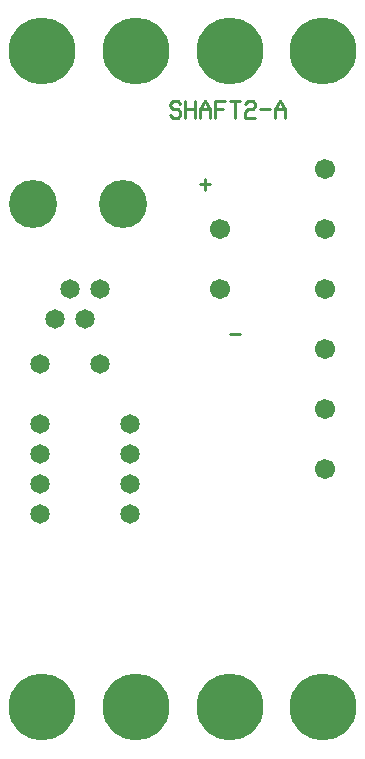
<source format=gtl>
%MOIN*%
%FSLAX25Y25*%
G04 D10 used for Character Trace; *
G04     Circle (OD=.01000) (No hole)*
G04 D11 used for Power Trace; *
G04     Circle (OD=.06700) (No hole)*
G04 D12 used for Signal Trace; *
G04     Circle (OD=.01100) (No hole)*
G04 D13 used for Via; *
G04     Circle (OD=.05800) (Round. Hole ID=.02800)*
G04 D14 used for Component hole; *
G04     Circle (OD=.06500) (Round. Hole ID=.03500)*
G04 D15 used for Component hole; *
G04     Circle (OD=.06700) (Round. Hole ID=.04300)*
G04 D16 used for Component hole; *
G04     Circle (OD=.08100) (Round. Hole ID=.05100)*
G04 D17 used for Component hole; *
G04     Circle (OD=.08900) (Round. Hole ID=.05900)*
G04 D18 used for Component hole; *
G04     Circle (OD=.11300) (Round. Hole ID=.08300)*
G04 D19 used for Component hole; *
G04     Circle (OD=.16000) (Round. Hole ID=.13000)*
G04 D20 used for Component hole; *
G04     Circle (OD=.18300) (Round. Hole ID=.15300)*
G04 D21 used for Component hole; *
G04     Circle (OD=.22291) (Round. Hole ID=.19291)*
%ADD10C,.01000*%
%ADD11C,.06700*%
%ADD12C,.01100*%
%ADD13C,.05800*%
%ADD14C,.06500*%
%ADD15C,.06700*%
%ADD16C,.08100*%
%ADD17C,.08900*%
%ADD18C,.11300*%
%ADD19C,.16000*%
%ADD20C,.18300*%
%ADD21C,.22291*%
%IPPOS*%
%LPD*%
G90*X0Y0D02*D21*X15625Y15625D03*X46875D03*D14*    
X45000Y80000D03*X15000D03*D21*X78125Y15625D03*D14*
X45000Y90000D03*X15000D03*X45000Y100000D03*       
X15000D03*X45000Y110000D03*X15000D03*D21*         
X109375Y15625D03*D15*X110000Y95000D03*Y115000D03* 
D14*X35000Y130000D03*X15000D03*D15*               
X110000Y135000D03*D10*X78326Y140000D02*X81674D01* 
D14*X30000Y145000D03*X20000D03*D15*               
X110000Y155000D03*X75000D03*D14*X35000D03*        
X25000D03*D15*X110000Y175000D03*X75000D03*D19*    
X42500Y183500D03*X12500D03*D10*X68326Y190000D02*  
X71674D01*X70000Y191914D02*Y188086D01*D15*        
X110000Y195000D03*D10*X61674Y216914D02*           
X60837Y217871D01*X59163D01*X58326Y216914D01*      
Y215957D01*X59163Y215000D01*X60837D01*            
X61674Y214043D01*Y213086D01*X60837Y212129D01*     
X59163D01*X58326Y213086D01*X63326Y212129D02*      
Y217871D01*X66674Y212129D02*Y217871D01*           
X63326Y215000D02*X66674D01*X68326Y212129D02*      
Y215000D01*X70000Y217871D01*X71674Y215000D01*     
Y212129D01*X68326Y215000D02*X71674D01*            
X73326Y212129D02*Y217871D01*X76674D01*            
X73326Y215000D02*X75837D01*X80000Y212129D02*      
Y217871D01*X78326D02*X81674D01*X83326Y216914D02*  
X84163Y217871D01*X85837D01*X86674Y216914D01*      
Y215957D01*X85837Y215000D01*X84163D01*            
X83326Y214043D01*Y212129D01*X86674D01*            
X88326Y215000D02*X91674D01*X93326Y212129D02*      
Y215000D01*X95000Y217871D01*X96674Y215000D01*     
Y212129D01*X93326Y215000D02*X96674D01*D21*        
X109375Y234375D03*X78125D03*X46875D03*X15625D03*  
M02*                                              

</source>
